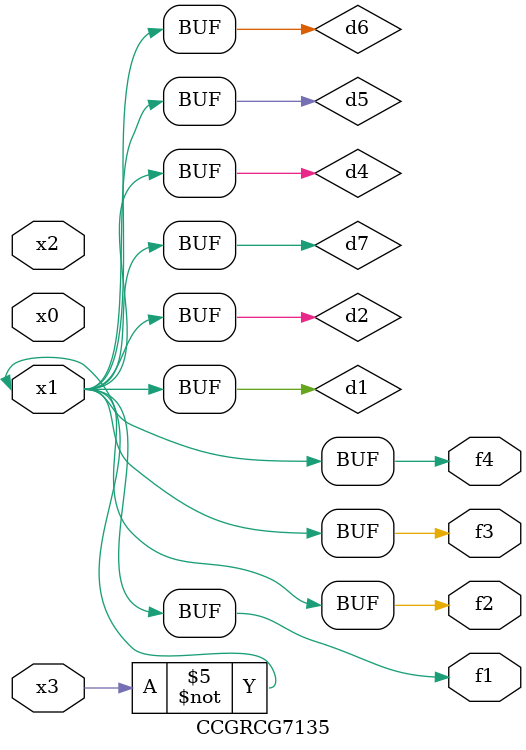
<source format=v>
module CCGRCG7135(
	input x0, x1, x2, x3,
	output f1, f2, f3, f4
);

	wire d1, d2, d3, d4, d5, d6, d7;

	not (d1, x3);
	buf (d2, x1);
	xnor (d3, d1, d2);
	nor (d4, d1);
	buf (d5, d1, d2);
	buf (d6, d4, d5);
	nand (d7, d4);
	assign f1 = d6;
	assign f2 = d7;
	assign f3 = d6;
	assign f4 = d6;
endmodule

</source>
